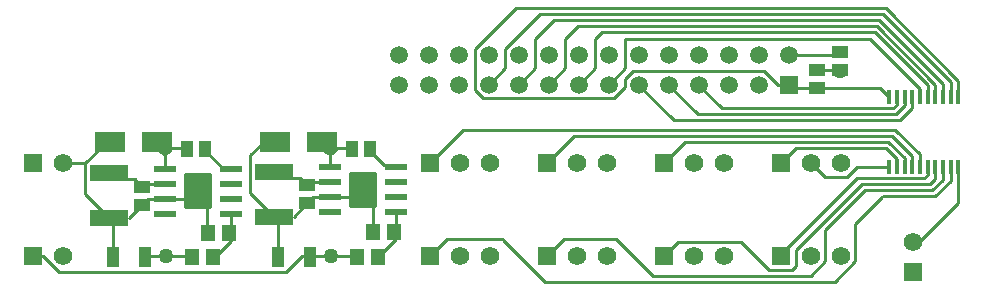
<source format=gbl>
%FSLAX25Y25*%
%MOIN*%
G70*
G01*
G75*
G04 Layer_Physical_Order=2*
G04 Layer_Color=16711680*
%ADD10R,0.04724X0.05512*%
%ADD11R,0.21260X0.11417*%
%ADD12R,0.05512X0.04724*%
%ADD13C,0.01000*%
%ADD14R,0.06200X0.06200*%
%ADD15C,0.06200*%
%ADD16R,0.06200X0.06200*%
%ADD17C,0.05906*%
%ADD18R,0.05906X0.05906*%
%ADD19C,0.03000*%
%ADD20C,0.05000*%
%ADD21R,0.01417X0.04685*%
%ADD22R,0.05512X0.04331*%
%ADD23R,0.04331X0.05512*%
%ADD24R,0.09843X0.06693*%
%ADD25R,0.12992X0.05512*%
%ADD26R,0.07520X0.02402*%
G04:AMPARAMS|DCode=27|XSize=122.05mil|YSize=94.88mil|CornerRadius=9.49mil|HoleSize=0mil|Usage=FLASHONLY|Rotation=270.000|XOffset=0mil|YOffset=0mil|HoleType=Round|Shape=RoundedRectangle|*
%AMROUNDEDRECTD27*
21,1,0.12205,0.07591,0,0,270.0*
21,1,0.10307,0.09488,0,0,270.0*
1,1,0.01898,-0.03795,-0.05154*
1,1,0.01898,-0.03795,0.05154*
1,1,0.01898,0.03795,0.05154*
1,1,0.01898,0.03795,-0.05154*
%
%ADD27ROUNDEDRECTD27*%
%ADD28R,0.04724X0.05512*%
%ADD29R,0.04331X0.06693*%
D13*
X303818Y214500D02*
X313500D01*
X222841Y209154D02*
X298472D01*
X217495Y214500D02*
X222841Y209154D01*
X298472D02*
X303818Y214500D01*
X214000D02*
X217495D01*
X475500Y276453D02*
X483000D01*
X231500Y245354D02*
X238646Y252500D01*
X224000Y245500D02*
X231354D01*
X522531Y232031D02*
Y244114D01*
X509500Y219000D02*
X522531Y232031D01*
X491272Y236272D02*
X513809D01*
X477986Y222986D02*
X491272Y236272D01*
X490272Y238272D02*
X512981D01*
X468328Y216328D02*
X490272Y238272D01*
X488772Y240272D02*
X511066D01*
X465500Y217000D02*
X488772Y240272D01*
X464000Y217000D02*
X465500D01*
X459439Y209900D02*
X467221D01*
X450239Y219100D02*
X459439Y209900D01*
X488100Y225097D02*
X497206Y234203D01*
X488100Y212595D02*
Y225097D01*
X431500Y252500D02*
X499115D01*
X426417Y247417D02*
X431500Y252500D01*
X429100Y219100D02*
X450239D01*
X426417Y216417D02*
X429100Y219100D01*
X420600Y207900D02*
X473500D01*
X408500Y220000D02*
X420600Y207900D01*
X391000Y220000D02*
X408500D01*
X387833Y216833D02*
X391000Y220000D01*
X394500Y254500D02*
X500500D01*
X387833Y247833D02*
X394500Y254500D01*
X384600Y205900D02*
X481500D01*
X370750Y219750D02*
X384600Y205900D01*
X231500Y235020D02*
Y245354D01*
Y235020D02*
X239500Y227020D01*
X498273Y297000D02*
X522531Y272742D01*
Y267500D02*
Y272742D01*
X258000Y243500D02*
Y250500D01*
Y248126D02*
Y250500D01*
X257874Y248000D02*
X258000Y248126D01*
X257874Y248000D02*
X258000Y250500D01*
X265547D01*
X502059Y244114D02*
Y246728D01*
X504618Y244114D02*
Y246997D01*
X463500Y245500D02*
X468500Y250500D01*
X498287D01*
X502059Y246728D01*
X499115Y252500D02*
X504618Y246997D01*
X500500Y254500D02*
X507177Y247823D01*
Y244114D02*
Y247823D01*
X346500Y245500D02*
X357500Y256500D01*
X509736Y244114D02*
Y248264D01*
X501500Y256500D02*
X509736Y248264D01*
X357500Y256500D02*
X501500D01*
X511066Y240272D02*
X512295Y241501D01*
Y244114D01*
X514854Y240146D02*
Y244114D01*
X512981Y238272D02*
X514854Y240146D01*
X468328Y211007D02*
Y216328D01*
X467221Y209900D02*
X468328Y211007D01*
X517413Y239876D02*
Y244114D01*
X513809Y236272D02*
X517413Y239876D01*
X478100Y212595D02*
Y222872D01*
X473405Y207900D02*
X478100Y212595D01*
X519972Y239528D02*
Y244114D01*
X514716Y234272D02*
X519972Y239528D01*
X497272Y234272D02*
X514716D01*
X481405Y205900D02*
X488100Y212595D01*
X352000Y220000D02*
X370845D01*
X346500Y214500D02*
X352000Y220000D01*
X496500Y270500D02*
X499500Y267500D01*
X488500Y244114D02*
X499500D01*
X485405Y240900D02*
X488620Y244114D01*
X478100Y240900D02*
X485405D01*
X473500Y245500D02*
X478100Y240900D01*
X500830Y263657D02*
X502059Y264886D01*
Y267500D01*
X501658Y261658D02*
X504618Y264617D01*
Y267500D01*
X507177Y263677D02*
Y267500D01*
X503158Y259658D02*
X507177Y263677D01*
X466000Y281500D02*
X482047D01*
X509736Y267500D02*
Y270113D01*
X512295Y267500D02*
Y271295D01*
X514854Y267500D02*
Y271564D01*
X517413Y267500D02*
Y271834D01*
X434250Y273250D02*
X443843Y263657D01*
X500830D01*
X424250Y273250D02*
X435843Y261658D01*
X501658D01*
X414250Y273250D02*
X427843Y259658D01*
X503158D01*
X407750Y273250D02*
X411547Y277047D01*
Y286844D01*
X493005D01*
X509736Y270113D01*
X401547Y286844D02*
X403703Y289000D01*
X494590D01*
X512295Y271295D01*
X397750Y273250D02*
X401547Y277047D01*
Y286844D01*
X391547D02*
X395703Y291000D01*
X495419D01*
X514854Y271564D01*
X387750Y273250D02*
X391547Y277047D01*
Y286844D01*
X381547D02*
X387703Y293000D01*
X496247D01*
X517413Y271834D01*
X377750Y273250D02*
X381547Y277047D01*
Y286844D01*
X519972Y267500D02*
Y272472D01*
X497445Y295000D02*
X519972Y272472D01*
X371547Y277047D02*
Y283344D01*
X383203Y295000D02*
X497445D01*
X371547Y283344D02*
X383203Y295000D01*
X366000Y271500D02*
X371547Y277047D01*
X361547Y269656D02*
Y283344D01*
Y269656D02*
X364156Y267047D01*
X407844D01*
X414124Y275953D02*
X457844D01*
X462297Y271500D01*
X375203Y297000D02*
X498273D01*
X361547Y283344D02*
X375203Y297000D01*
X462297Y271500D02*
X466000D01*
X467000Y270500D02*
X496500D01*
X407844Y267047D02*
X411500Y270703D01*
Y273328D01*
X414124Y275953D01*
X303067Y240480D02*
X304547Y239000D01*
X313000Y244110D02*
X313110Y244000D01*
X329043Y214000D02*
X335000Y219957D01*
Y229000D01*
X313500Y214500D02*
X321457D01*
X258500D02*
X266457D01*
X251815D02*
X258500D01*
X274043Y215469D02*
X275969D01*
X280000Y219500D01*
Y228500D01*
X248067Y239980D02*
X249547Y238500D01*
X315500Y250500D02*
X320047D01*
X320547Y250000D01*
Y248000D02*
Y250000D01*
X313000Y250594D02*
X313649Y249946D01*
Y248649D02*
Y249946D01*
X313000Y244110D02*
Y250594D01*
X313649Y248649D02*
X315500Y250500D01*
X239500Y239980D02*
X248067D01*
X249547Y238500D02*
X258110D01*
X294500Y240480D02*
X303067D01*
X304547Y239000D02*
X313110D01*
X294500Y227520D02*
X295685Y226335D01*
Y214000D02*
Y226335D01*
X307453Y234000D02*
X313110D01*
X300972Y227520D02*
X305500Y232047D01*
X307453Y234000D01*
X327457Y222500D02*
Y232543D01*
X313110Y234000D02*
X320110D01*
X271000Y250000D02*
X277500Y243500D01*
X326453Y248000D02*
X327226Y248774D01*
X331250Y244750D01*
X335750D01*
X252453Y233500D02*
X258110D01*
X245972Y227020D02*
X250500Y231547D01*
X252453Y233500D01*
X240685Y214000D02*
Y225835D01*
X272000Y222457D02*
Y232500D01*
X258110Y233500D02*
X265110D01*
X238646Y252500D02*
X239626D01*
X286500Y235520D02*
X294500Y227520D01*
X286500Y235520D02*
Y248000D01*
X291000Y252500D01*
D14*
X214000Y245500D02*
D03*
Y214500D02*
D03*
X346500Y245500D02*
D03*
Y214500D02*
D03*
X385500Y245500D02*
D03*
Y214500D02*
D03*
X424500Y245500D02*
D03*
Y214500D02*
D03*
X463500Y245500D02*
D03*
Y214500D02*
D03*
D15*
X224000Y245500D02*
D03*
Y214500D02*
D03*
X507500Y219000D02*
D03*
X366500Y245500D02*
D03*
X356500D02*
D03*
X366500Y214500D02*
D03*
X356500D02*
D03*
X405500Y245500D02*
D03*
X395500D02*
D03*
X405500Y214500D02*
D03*
X395500D02*
D03*
X444500Y245500D02*
D03*
X434500D02*
D03*
X444500Y214500D02*
D03*
X434500D02*
D03*
X483500Y245500D02*
D03*
X473500D02*
D03*
X483500Y214500D02*
D03*
X473500D02*
D03*
D16*
X507500Y209000D02*
D03*
D17*
X336000Y281500D02*
D03*
Y271500D02*
D03*
X346000Y281500D02*
D03*
Y271500D02*
D03*
X356000Y281500D02*
D03*
Y271500D02*
D03*
X366000Y281500D02*
D03*
Y271500D02*
D03*
X376000Y281500D02*
D03*
Y271500D02*
D03*
X386000Y281500D02*
D03*
Y271500D02*
D03*
X396000Y281500D02*
D03*
Y271500D02*
D03*
X406000Y281500D02*
D03*
Y271500D02*
D03*
X416000Y281500D02*
D03*
Y271500D02*
D03*
X426000Y281500D02*
D03*
Y271500D02*
D03*
X436000Y281500D02*
D03*
Y271500D02*
D03*
X446000Y281500D02*
D03*
Y271500D02*
D03*
X456000Y281500D02*
D03*
Y271500D02*
D03*
X466000Y281500D02*
D03*
D18*
Y271500D02*
D03*
D19*
X321110Y240000D02*
D03*
Y233000D02*
D03*
Y236500D02*
D03*
X327000Y240000D02*
D03*
Y236500D02*
D03*
X324055Y234512D02*
D03*
X327000Y233000D02*
D03*
X324055Y238094D02*
D03*
X266110Y239500D02*
D03*
Y232500D02*
D03*
Y236000D02*
D03*
X272000Y239500D02*
D03*
Y236000D02*
D03*
X269055Y234012D02*
D03*
X272000Y232500D02*
D03*
X269055Y237594D02*
D03*
D20*
X483000Y276000D02*
D03*
X313000Y250594D02*
D03*
X258500Y214500D02*
D03*
X258000Y250500D02*
D03*
X313500Y214500D02*
D03*
X294500Y242500D02*
D03*
X239500Y242000D02*
D03*
D21*
X522531Y244114D02*
D03*
X519972D02*
D03*
X517413D02*
D03*
X514854D02*
D03*
X512295D02*
D03*
X509736D02*
D03*
X504618D02*
D03*
X507177D02*
D03*
X502059D02*
D03*
X499500D02*
D03*
Y267500D02*
D03*
X502059D02*
D03*
X507177D02*
D03*
X504618D02*
D03*
X509736D02*
D03*
X512295D02*
D03*
X514854D02*
D03*
X517413D02*
D03*
X519972D02*
D03*
X522531D02*
D03*
D22*
X483000Y276547D02*
D03*
Y282453D02*
D03*
X475500Y276453D02*
D03*
Y270547D02*
D03*
X305500Y232047D02*
D03*
Y237953D02*
D03*
X250500Y231547D02*
D03*
Y237453D02*
D03*
D23*
X326453Y250000D02*
D03*
X320547D02*
D03*
X271453D02*
D03*
X265547D02*
D03*
D24*
X310374Y252500D02*
D03*
X294626D02*
D03*
X255374D02*
D03*
X239626D02*
D03*
D25*
X294500Y227520D02*
D03*
Y242480D02*
D03*
X239500Y227020D02*
D03*
Y241980D02*
D03*
D26*
X335000Y244000D02*
D03*
Y239000D02*
D03*
Y234000D02*
D03*
Y229000D02*
D03*
X313110Y244000D02*
D03*
Y239000D02*
D03*
Y234000D02*
D03*
Y229000D02*
D03*
X280000Y243500D02*
D03*
Y238500D02*
D03*
Y233500D02*
D03*
Y228500D02*
D03*
X258110Y243500D02*
D03*
Y238500D02*
D03*
Y233500D02*
D03*
Y228500D02*
D03*
D27*
X324055Y236500D02*
D03*
X269055Y236000D02*
D03*
D28*
X321957Y214000D02*
D03*
X329043D02*
D03*
X334543Y222500D02*
D03*
X327457D02*
D03*
X279543Y222000D02*
D03*
X272457D02*
D03*
X266957Y214000D02*
D03*
X274043D02*
D03*
D29*
X306315D02*
D03*
X295685D02*
D03*
X251315D02*
D03*
X240685D02*
D03*
M02*

</source>
